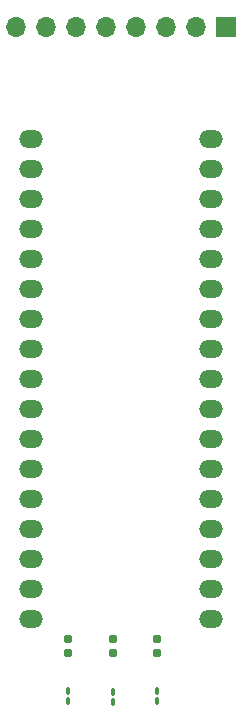
<source format=gbr>
%TF.GenerationSoftware,KiCad,Pcbnew,8.0.0*%
%TF.CreationDate,2024-05-09T13:21:52+02:00*%
%TF.ProjectId,LogUnit,4c6f6755-6e69-4742-9e6b-696361645f70,rev?*%
%TF.SameCoordinates,Original*%
%TF.FileFunction,Soldermask,Top*%
%TF.FilePolarity,Negative*%
%FSLAX46Y46*%
G04 Gerber Fmt 4.6, Leading zero omitted, Abs format (unit mm)*
G04 Created by KiCad (PCBNEW 8.0.0) date 2024-05-09 13:21:52*
%MOMM*%
%LPD*%
G01*
G04 APERTURE LIST*
G04 Aperture macros list*
%AMRoundRect*
0 Rectangle with rounded corners*
0 $1 Rounding radius*
0 $2 $3 $4 $5 $6 $7 $8 $9 X,Y pos of 4 corners*
0 Add a 4 corners polygon primitive as box body*
4,1,4,$2,$3,$4,$5,$6,$7,$8,$9,$2,$3,0*
0 Add four circle primitives for the rounded corners*
1,1,$1+$1,$2,$3*
1,1,$1+$1,$4,$5*
1,1,$1+$1,$6,$7*
1,1,$1+$1,$8,$9*
0 Add four rect primitives between the rounded corners*
20,1,$1+$1,$2,$3,$4,$5,0*
20,1,$1+$1,$4,$5,$6,$7,0*
20,1,$1+$1,$6,$7,$8,$9,0*
20,1,$1+$1,$8,$9,$2,$3,0*%
G04 Aperture macros list end*
%ADD10R,1.700000X1.700000*%
%ADD11O,1.700000X1.700000*%
%ADD12O,2.000000X1.500000*%
%ADD13RoundRect,0.160000X-0.160000X0.197500X-0.160000X-0.197500X0.160000X-0.197500X0.160000X0.197500X0*%
%ADD14RoundRect,0.100000X0.100000X-0.217500X0.100000X0.217500X-0.100000X0.217500X-0.100000X-0.217500X0*%
G04 APERTURE END LIST*
D10*
%TO.C,U3*%
X120585000Y-69830000D03*
D11*
X118045000Y-69830000D03*
X115505000Y-69830000D03*
X112965000Y-69830000D03*
X110425000Y-69830000D03*
X107885000Y-69830000D03*
X105345000Y-69830000D03*
X102805000Y-69830000D03*
%TD*%
D12*
%TO.C,U1*%
X104080000Y-79290000D03*
X104080000Y-81830000D03*
X104080000Y-84370000D03*
X104080000Y-86910000D03*
X104080000Y-89450000D03*
X104080000Y-91990000D03*
X104080000Y-94530000D03*
X104080000Y-97070000D03*
X104080000Y-99610000D03*
X104080000Y-102150000D03*
X104080000Y-104690000D03*
X104080000Y-107230000D03*
X104080000Y-109770000D03*
X104080000Y-112310000D03*
X104080000Y-114850000D03*
X104080000Y-117390000D03*
X104080000Y-119930000D03*
X119320000Y-119930000D03*
X119320000Y-117390000D03*
X119320000Y-114850000D03*
X119320000Y-112310000D03*
X119320000Y-109770000D03*
X119320000Y-107230000D03*
X119320000Y-104690000D03*
X119320000Y-102150000D03*
X119320000Y-99610000D03*
X119320000Y-97070000D03*
X119320000Y-94530000D03*
X119320000Y-91990000D03*
X119320000Y-89450000D03*
X119320000Y-86910000D03*
X119320000Y-84370000D03*
X119320000Y-81830000D03*
X119320000Y-79290000D03*
%TD*%
D13*
%TO.C,R3*%
X107250000Y-121652500D03*
X107250000Y-122847500D03*
%TD*%
D14*
%TO.C,D2*%
X111000000Y-127000000D03*
X111000000Y-126185000D03*
%TD*%
D13*
%TO.C,R2*%
X111000000Y-121652500D03*
X111000000Y-122847500D03*
%TD*%
D14*
%TO.C,D1*%
X114750000Y-126907500D03*
X114750000Y-126092500D03*
%TD*%
%TO.C,D3*%
X107250000Y-126907500D03*
X107250000Y-126092500D03*
%TD*%
D13*
%TO.C,R1*%
X114750000Y-121652500D03*
X114750000Y-122847500D03*
%TD*%
M02*

</source>
